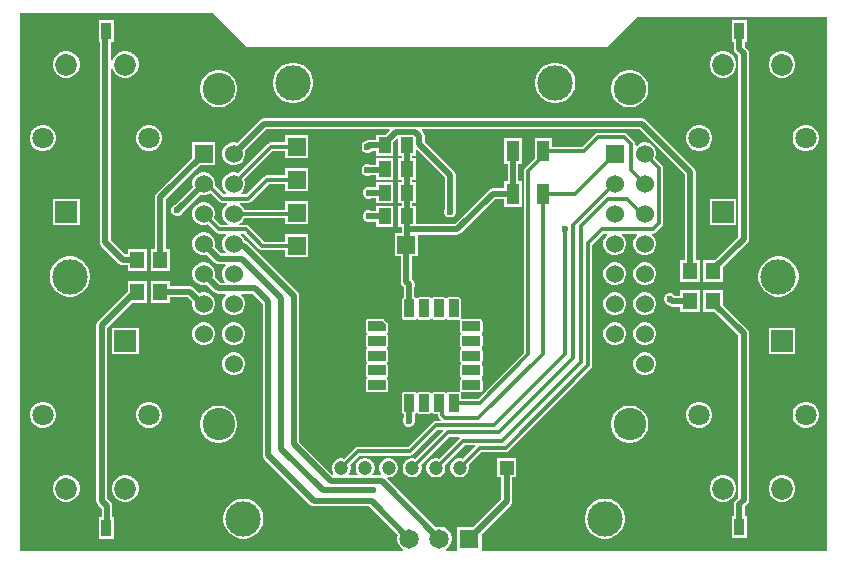
<source format=gtl>
G04*
G04 #@! TF.GenerationSoftware,Altium Limited,Altium Designer,22.3.1 (43)*
G04*
G04 Layer_Physical_Order=1*
G04 Layer_Color=255*
%FSLAX25Y25*%
%MOIN*%
G70*
G04*
G04 #@! TF.SameCoordinates,0A308F34-88F0-47DF-8954-E72232A12325*
G04*
G04*
G04 #@! TF.FilePolarity,Positive*
G04*
G01*
G75*
%ADD15R,0.05924X0.06127*%
%ADD16R,0.03543X0.05512*%
%ADD17R,0.04953X0.05756*%
%ADD20R,0.04134X0.05512*%
%ADD21R,0.04134X0.07087*%
%ADD29R,0.07284X0.07284*%
%ADD30C,0.07284*%
%ADD31C,0.07087*%
%ADD41R,0.03150X0.03150*%
G04:AMPARAMS|DCode=42|XSize=59.06mil|YSize=31.5mil|CornerRadius=0.79mil|HoleSize=0mil|Usage=FLASHONLY|Rotation=0.000|XOffset=0mil|YOffset=0mil|HoleType=Round|Shape=RoundedRectangle|*
%AMROUNDEDRECTD42*
21,1,0.05906,0.02992,0,0,0.0*
21,1,0.05748,0.03150,0,0,0.0*
1,1,0.00158,0.02874,-0.01496*
1,1,0.00158,-0.02874,-0.01496*
1,1,0.00158,-0.02874,0.01496*
1,1,0.00158,0.02874,0.01496*
%
%ADD42ROUNDEDRECTD42*%
G04:AMPARAMS|DCode=43|XSize=59.06mil|YSize=31.5mil|CornerRadius=0.79mil|HoleSize=0mil|Usage=FLASHONLY|Rotation=90.000|XOffset=0mil|YOffset=0mil|HoleType=Round|Shape=RoundedRectangle|*
%AMROUNDEDRECTD43*
21,1,0.05906,0.02992,0,0,90.0*
21,1,0.05748,0.03150,0,0,90.0*
1,1,0.00158,0.01496,0.02874*
1,1,0.00158,0.01496,-0.02874*
1,1,0.00158,-0.01496,-0.02874*
1,1,0.00158,-0.01496,0.02874*
%
%ADD43ROUNDEDRECTD43*%
G04:AMPARAMS|DCode=44|XSize=188.98mil|YSize=188.98mil|CornerRadius=4.72mil|HoleSize=0mil|Usage=FLASHONLY|Rotation=0.000|XOffset=0mil|YOffset=0mil|HoleType=Round|Shape=RoundedRectangle|*
%AMROUNDEDRECTD44*
21,1,0.18898,0.17953,0,0,0.0*
21,1,0.17953,0.18898,0,0,0.0*
1,1,0.00945,0.08976,-0.08976*
1,1,0.00945,-0.08976,-0.08976*
1,1,0.00945,-0.08976,0.08976*
1,1,0.00945,0.08976,0.08976*
%
%ADD44ROUNDEDRECTD44*%
%ADD45C,0.01968*%
%ADD46C,0.01181*%
%ADD47R,0.04724X0.04724*%
%ADD48C,0.04724*%
%ADD49R,0.06496X0.06496*%
%ADD50C,0.06496*%
%ADD51R,0.06024X0.06024*%
%ADD52C,0.06024*%
%ADD53C,0.11811*%
%ADD54C,0.10827*%
%ADD55C,0.02362*%
G36*
X78740Y170866D02*
X198819D01*
X209055Y181102D01*
X272047D01*
Y3150D01*
X156949D01*
Y8568D01*
X166632Y18250D01*
X167023Y18836D01*
X167161Y19528D01*
Y27559D01*
X168504D01*
Y33858D01*
X162205D01*
Y27559D01*
X163548D01*
Y20276D01*
X154394Y11122D01*
X148878D01*
Y3150D01*
X145165D01*
X145031Y3650D01*
X145391Y3858D01*
X146142Y4609D01*
X146674Y5529D01*
X146949Y6555D01*
Y7618D01*
X146674Y8644D01*
X146142Y9564D01*
X145391Y10316D01*
X144471Y10847D01*
X143445Y11122D01*
X142382D01*
X141633Y10921D01*
X125474Y27081D01*
X125500Y27209D01*
X125703Y27559D01*
X126399D01*
X127200Y27774D01*
X127918Y28188D01*
X128505Y28775D01*
X128919Y29493D01*
X129134Y30294D01*
Y31123D01*
X128919Y31924D01*
X128505Y32643D01*
X127918Y33229D01*
X127200Y33644D01*
X126399Y33858D01*
X125570D01*
X124769Y33644D01*
X124050Y33229D01*
X123464Y32643D01*
X123049Y31924D01*
X122835Y31123D01*
Y30294D01*
X123049Y29493D01*
X123464Y28775D01*
X123554Y28684D01*
X123347Y28184D01*
X120747D01*
X120540Y28684D01*
X120631Y28775D01*
X121045Y29493D01*
X121260Y30294D01*
Y31123D01*
X121045Y31924D01*
X120631Y32643D01*
X120044Y33229D01*
X119326Y33644D01*
X118525Y33858D01*
X117696D01*
X116894Y33644D01*
X116176Y33229D01*
X115590Y32643D01*
X115175Y31924D01*
X114961Y31123D01*
Y30294D01*
X115175Y29493D01*
X115590Y28775D01*
X115680Y28684D01*
X115473Y28184D01*
X112873D01*
X112666Y28684D01*
X112757Y28775D01*
X113171Y29493D01*
X113386Y30294D01*
Y31123D01*
X113228Y31713D01*
X116330Y34815D01*
X133071D01*
X133608Y34923D01*
X134064Y35227D01*
X142314Y43477D01*
X143986D01*
X144178Y43015D01*
X134863Y33700D01*
X134273Y33858D01*
X133444D01*
X132643Y33644D01*
X131924Y33229D01*
X131338Y32643D01*
X130923Y31924D01*
X130709Y31123D01*
Y30294D01*
X130923Y29493D01*
X131338Y28775D01*
X131924Y28188D01*
X132643Y27774D01*
X133444Y27559D01*
X134273D01*
X135074Y27774D01*
X135792Y28188D01*
X136379Y28775D01*
X136793Y29493D01*
X137008Y30294D01*
Y31123D01*
X136850Y31713D01*
X146251Y41115D01*
X149450D01*
X149652Y40615D01*
X142737Y33700D01*
X142147Y33858D01*
X141318D01*
X140517Y33644D01*
X139798Y33229D01*
X139212Y32643D01*
X138797Y31924D01*
X138583Y31123D01*
Y30294D01*
X138797Y29493D01*
X139212Y28775D01*
X139798Y28188D01*
X140517Y27774D01*
X141318Y27559D01*
X142147D01*
X142948Y27774D01*
X143666Y28188D01*
X144253Y28775D01*
X144667Y29493D01*
X144882Y30294D01*
Y31123D01*
X144724Y31713D01*
X151369Y38359D01*
X154616D01*
X154808Y37897D01*
X150611Y33700D01*
X150021Y33858D01*
X149192D01*
X148391Y33644D01*
X147672Y33229D01*
X147086Y32643D01*
X146671Y31924D01*
X146457Y31123D01*
Y30294D01*
X146671Y29493D01*
X147086Y28775D01*
X147672Y28188D01*
X148391Y27774D01*
X149192Y27559D01*
X150021D01*
X150822Y27774D01*
X151540Y28188D01*
X152127Y28775D01*
X152541Y29493D01*
X152756Y30294D01*
Y31123D01*
X152598Y31713D01*
X156881Y35997D01*
X164961D01*
X165498Y36104D01*
X165954Y36408D01*
X193513Y63967D01*
X193818Y64423D01*
X193925Y64961D01*
Y104930D01*
X197826Y108831D01*
X198719D01*
X198864Y108331D01*
X198259Y107727D01*
X197759Y106860D01*
X197500Y105894D01*
Y104894D01*
X197759Y103927D01*
X198259Y103061D01*
X198967Y102354D01*
X199833Y101853D01*
X200799Y101594D01*
X201799D01*
X202766Y101853D01*
X203632Y102354D01*
X204339Y103061D01*
X204839Y103927D01*
X205098Y104894D01*
Y105894D01*
X204839Y106860D01*
X204339Y107727D01*
X203734Y108331D01*
X203880Y108831D01*
X208719D01*
X208864Y108331D01*
X208259Y107727D01*
X207759Y106860D01*
X207500Y105894D01*
Y104894D01*
X207759Y103927D01*
X208259Y103061D01*
X208966Y102354D01*
X209833Y101853D01*
X210799Y101594D01*
X211799D01*
X212766Y101853D01*
X213632Y102354D01*
X214339Y103061D01*
X214840Y103927D01*
X215098Y104894D01*
Y105894D01*
X214840Y106860D01*
X214339Y107727D01*
X213735Y108331D01*
X213880Y108831D01*
X214173D01*
X214711Y108938D01*
X215167Y109243D01*
X217135Y111211D01*
X217440Y111667D01*
X217547Y112205D01*
Y130551D01*
X217440Y131089D01*
X217135Y131545D01*
X214808Y133872D01*
X214840Y133927D01*
X215098Y134894D01*
Y135894D01*
X214840Y136860D01*
X214339Y137726D01*
X213632Y138434D01*
X212766Y138934D01*
X211799Y139193D01*
X210799D01*
X209833Y138934D01*
X208966Y138434D01*
X208598Y138065D01*
X208098Y138272D01*
Y138583D01*
X207991Y139120D01*
X207686Y139576D01*
X205324Y141938D01*
X204868Y142243D01*
X204331Y142350D01*
X195669D01*
X195132Y142243D01*
X194676Y141938D01*
X190363Y137625D01*
X180315D01*
Y140551D01*
X174606D01*
Y133877D01*
X171448Y130718D01*
X171143Y130262D01*
X171036Y129724D01*
Y69086D01*
X155717Y53767D01*
X150017D01*
Y55236D01*
X149950Y55574D01*
X149907Y55638D01*
X150268Y55998D01*
X150331Y55956D01*
X150669Y55888D01*
X156417D01*
X156755Y55956D01*
X157042Y56147D01*
X157233Y56434D01*
X157300Y56772D01*
Y59764D01*
X157233Y60102D01*
X157042Y60388D01*
X156956Y60446D01*
Y61011D01*
X157042Y61068D01*
X157233Y61355D01*
X157300Y61693D01*
Y64685D01*
X157233Y65023D01*
X157042Y65310D01*
X156956Y65367D01*
Y65932D01*
X157042Y65990D01*
X157233Y66276D01*
X157300Y66614D01*
Y69606D01*
X157233Y69944D01*
X157042Y70231D01*
X156956Y70288D01*
Y70853D01*
X157042Y70911D01*
X157233Y71197D01*
X157300Y71535D01*
Y74528D01*
X157233Y74866D01*
X157042Y75152D01*
X156956Y75210D01*
Y75775D01*
X157042Y75832D01*
X157233Y76119D01*
X157300Y76457D01*
Y79449D01*
X157233Y79787D01*
X157042Y80073D01*
X156755Y80265D01*
X156417Y80332D01*
X150669D01*
X150331Y80265D01*
X150268Y80222D01*
X149907Y80583D01*
X149950Y80646D01*
X150017Y80984D01*
Y86732D01*
X149950Y87070D01*
X149758Y87357D01*
X149472Y87548D01*
X149134Y87615D01*
X146142D01*
X145804Y87548D01*
X145517Y87357D01*
X145460Y87270D01*
X144895D01*
X144837Y87357D01*
X144551Y87548D01*
X144213Y87615D01*
X141220D01*
X140883Y87548D01*
X140596Y87357D01*
X140538Y87270D01*
X139973D01*
X139916Y87357D01*
X139629Y87548D01*
X139291Y87615D01*
X136299D01*
X135961Y87548D01*
X135675Y87357D01*
X135617Y87270D01*
X135052D01*
X134994Y87357D01*
X134708Y87548D01*
X134559Y87578D01*
Y91131D01*
X134646Y91341D01*
Y92124D01*
X134346Y92847D01*
X133792Y93401D01*
X133699Y93440D01*
Y101267D01*
X135642D01*
Y108430D01*
X148819D01*
X149510Y108567D01*
X150096Y108959D01*
X161378Y120241D01*
X164567D01*
Y117717D01*
X170276D01*
Y126378D01*
X169228D01*
Y131890D01*
X170276D01*
Y140551D01*
X164567D01*
Y131890D01*
X165615D01*
Y126378D01*
X164567D01*
Y123854D01*
X160630D01*
X159939Y123716D01*
X159353Y123325D01*
X148071Y112043D01*
X134941D01*
Y118110D01*
X133893D01*
Y118898D01*
X134941D01*
Y125984D01*
X133893D01*
Y126772D01*
X134941D01*
Y133858D01*
X133893D01*
Y134646D01*
X134941D01*
Y136600D01*
X135441Y136808D01*
X144650Y127598D01*
Y116925D01*
X144488Y116533D01*
Y115750D01*
X144788Y115027D01*
X145342Y114473D01*
X146065Y114173D01*
X146848D01*
X147572Y114473D01*
X148126Y115027D01*
X148425Y115750D01*
Y116533D01*
X148263Y116925D01*
Y128347D01*
X148126Y129038D01*
X147734Y129624D01*
X138055Y139303D01*
Y141356D01*
X137917Y142047D01*
X137526Y142633D01*
X136954Y143204D01*
X137146Y143666D01*
X209685D01*
X224662Y128689D01*
Y100122D01*
X223204D01*
Y92791D01*
X229733D01*
Y100122D01*
X228275D01*
Y129437D01*
X228137Y130128D01*
X227746Y130714D01*
X211710Y146750D01*
X211124Y147141D01*
X210433Y147279D01*
X84370D01*
X83679Y147141D01*
X83093Y146750D01*
X75379Y139036D01*
X74792Y139193D01*
X73791D01*
X72825Y138934D01*
X71959Y138434D01*
X71251Y137726D01*
X70751Y136860D01*
X70492Y135894D01*
Y134894D01*
X70751Y133927D01*
X71251Y133061D01*
X71959Y132354D01*
X72825Y131853D01*
X73791Y131595D01*
X74792D01*
X75758Y131853D01*
X76624Y132354D01*
X77332Y133061D01*
X77832Y133927D01*
X78091Y134894D01*
Y135894D01*
X77933Y136481D01*
X85118Y143666D01*
X126187D01*
X126378Y143204D01*
X124906Y141732D01*
X121752D01*
Y139995D01*
X119398D01*
X118707Y139858D01*
X118566Y139764D01*
X118506D01*
X117783Y139464D01*
X117229Y138910D01*
X116929Y138187D01*
Y137404D01*
X117229Y136680D01*
X117783Y136126D01*
X118506Y135827D01*
X119289D01*
X120013Y136126D01*
X120269Y136383D01*
X121752D01*
Y134646D01*
X127461D01*
Y139178D01*
X128732Y140449D01*
X129232Y140242D01*
Y134646D01*
X130280D01*
Y133858D01*
X129232D01*
Y126772D01*
X130280D01*
Y125984D01*
X129232D01*
Y118898D01*
X130280D01*
Y118110D01*
X129232D01*
Y111024D01*
X130280D01*
Y108969D01*
X128144D01*
Y101267D01*
X130087D01*
Y92623D01*
X130224Y91932D01*
X130616Y91346D01*
X130771Y91190D01*
X130946Y90767D01*
Y87485D01*
X130754Y87357D01*
X130562Y87070D01*
X130495Y86732D01*
Y80984D01*
X130562Y80646D01*
X130754Y80360D01*
X131040Y80168D01*
X131378Y80101D01*
X134370D01*
X134708Y80168D01*
X134994Y80360D01*
X135052Y80446D01*
X135617D01*
X135675Y80360D01*
X135961Y80168D01*
X136299Y80101D01*
X139291D01*
X139629Y80168D01*
X139916Y80360D01*
X139973Y80446D01*
X140538D01*
X140596Y80360D01*
X140883Y80168D01*
X141220Y80101D01*
X144213D01*
X144551Y80168D01*
X144837Y80360D01*
X144895Y80446D01*
X145460D01*
X145517Y80360D01*
X145804Y80168D01*
X146142Y80101D01*
X149134D01*
X149472Y80168D01*
X149536Y80211D01*
X149896Y79850D01*
X149853Y79787D01*
X149786Y79449D01*
Y76457D01*
X149853Y76119D01*
X150045Y75832D01*
X150131Y75775D01*
Y75210D01*
X150045Y75152D01*
X149853Y74866D01*
X149786Y74528D01*
Y71535D01*
X149853Y71197D01*
X150045Y70911D01*
X150131Y70853D01*
Y70288D01*
X150045Y70231D01*
X149853Y69944D01*
X149786Y69606D01*
Y66614D01*
X149853Y66276D01*
X150045Y65990D01*
X150131Y65932D01*
Y65367D01*
X150045Y65310D01*
X149853Y65023D01*
X149786Y64685D01*
Y61693D01*
X149853Y61355D01*
X150045Y61068D01*
X150131Y61011D01*
Y60446D01*
X150045Y60388D01*
X149853Y60102D01*
X149786Y59764D01*
Y56772D01*
X149853Y56434D01*
X149896Y56370D01*
X149535Y56010D01*
X149472Y56052D01*
X149134Y56119D01*
X146142D01*
X145804Y56052D01*
X145517Y55861D01*
X145460Y55774D01*
X144895D01*
X144837Y55861D01*
X144551Y56052D01*
X144213Y56119D01*
X141220D01*
X140883Y56052D01*
X140596Y55861D01*
X140538Y55774D01*
X139973D01*
X139916Y55861D01*
X139629Y56052D01*
X139291Y56119D01*
X136299D01*
X135961Y56052D01*
X135675Y55861D01*
X135617Y55774D01*
X135052D01*
X134994Y55861D01*
X134708Y56052D01*
X134370Y56119D01*
X131378D01*
X131040Y56052D01*
X130754Y55861D01*
X130562Y55574D01*
X130495Y55236D01*
Y49488D01*
X130562Y49150D01*
X130754Y48864D01*
X131040Y48672D01*
X131068Y48667D01*
Y47631D01*
X131008Y47572D01*
X130709Y46848D01*
Y46065D01*
X131008Y45342D01*
X131562Y44788D01*
X132286Y44488D01*
X133069D01*
X133792Y44788D01*
X134346Y45342D01*
X134646Y46065D01*
Y46586D01*
X134680Y46760D01*
Y48667D01*
X134708Y48672D01*
X134994Y48864D01*
X135052Y48950D01*
X135617D01*
X135675Y48864D01*
X135961Y48672D01*
X136299Y48605D01*
X139291D01*
X139629Y48672D01*
X139916Y48864D01*
X139973Y48950D01*
X140538D01*
X140596Y48864D01*
X140883Y48672D01*
X141220Y48605D01*
X142296D01*
Y48425D01*
X142403Y47888D01*
X142707Y47432D01*
X143390Y46749D01*
X143199Y46287D01*
X141732D01*
X141195Y46180D01*
X140739Y45875D01*
X132489Y37625D01*
X115748D01*
X115210Y37519D01*
X114755Y37214D01*
X111241Y33700D01*
X110651Y33858D01*
X109822D01*
X109020Y33644D01*
X108302Y33229D01*
X107716Y32643D01*
X107301Y31924D01*
X107087Y31123D01*
Y30294D01*
X107301Y29493D01*
X107561Y29043D01*
X107332Y28487D01*
X107170Y28455D01*
X96173Y39452D01*
Y87917D01*
X96036Y88608D01*
X95644Y89194D01*
X78943Y105895D01*
X78357Y106287D01*
X77964Y106365D01*
X77832Y106860D01*
X77332Y107727D01*
X76727Y108331D01*
X76872Y108831D01*
X77764D01*
X82865Y103731D01*
X83321Y103426D01*
X83858Y103320D01*
X91526D01*
Y100874D01*
X99025D01*
Y108575D01*
X91526D01*
Y106129D01*
X84440D01*
X79340Y111230D01*
X78884Y111534D01*
X78347Y111641D01*
X76390D01*
X76256Y112141D01*
X76624Y112354D01*
X77332Y113061D01*
X77832Y113927D01*
X77848Y113989D01*
X91523D01*
Y111897D01*
X99022D01*
Y119599D01*
X91523D01*
Y116799D01*
X77848D01*
X77832Y116860D01*
X77332Y117727D01*
X76624Y118434D01*
X76393Y118568D01*
X76527Y119068D01*
X79134D01*
X79672Y119174D01*
X80127Y119479D01*
X86015Y125367D01*
X91523D01*
Y122921D01*
X99022D01*
Y130622D01*
X91523D01*
Y128177D01*
X85433D01*
X84895Y128070D01*
X84440Y127765D01*
X78552Y121877D01*
X76752D01*
X76658Y122227D01*
X76648Y122377D01*
X77332Y123061D01*
X77832Y123927D01*
X78091Y124893D01*
Y125894D01*
X77832Y126860D01*
X77800Y126915D01*
X87275Y136390D01*
X91523D01*
Y133944D01*
X99022D01*
Y141646D01*
X91523D01*
Y139200D01*
X86693D01*
X86155Y139093D01*
X85699Y138789D01*
X75813Y128902D01*
X75758Y128934D01*
X74792Y129193D01*
X73791D01*
X72825Y128934D01*
X71959Y128434D01*
X71251Y127726D01*
X70751Y126860D01*
X70492Y125894D01*
Y124893D01*
X70751Y123927D01*
X71251Y123061D01*
X71935Y122377D01*
X71925Y122227D01*
X71831Y121877D01*
X71054D01*
X68080Y124852D01*
X68090Y124893D01*
Y125894D01*
X67832Y126860D01*
X67331Y127726D01*
X66624Y128434D01*
X65758Y128934D01*
X64792Y129193D01*
X63791D01*
X62825Y128934D01*
X61959Y128434D01*
X61251Y127726D01*
X60751Y126860D01*
X60492Y125894D01*
Y124893D01*
X60650Y124306D01*
X54654Y118311D01*
X54397Y118204D01*
X53843Y117650D01*
X53543Y116927D01*
Y116144D01*
X53843Y115420D01*
X54397Y114867D01*
X55120Y114567D01*
X55903D01*
X56627Y114867D01*
X57181Y115420D01*
X57398Y115946D01*
X63204Y121752D01*
X63791Y121595D01*
X64792D01*
X65758Y121853D01*
X66612Y122346D01*
X69479Y119479D01*
X69935Y119174D01*
X70473Y119068D01*
X72056D01*
X72190Y118568D01*
X71959Y118434D01*
X71251Y117727D01*
X70751Y116860D01*
X70492Y115894D01*
Y114893D01*
X70751Y113927D01*
X71251Y113061D01*
X71959Y112354D01*
X72326Y112141D01*
X72193Y111641D01*
X70031D01*
X67800Y113872D01*
X67832Y113927D01*
X68090Y114893D01*
Y115894D01*
X67832Y116860D01*
X67331Y117727D01*
X66624Y118434D01*
X65758Y118934D01*
X64792Y119193D01*
X63791D01*
X62825Y118934D01*
X61959Y118434D01*
X61251Y117727D01*
X60751Y116860D01*
X60492Y115894D01*
Y114893D01*
X60751Y113927D01*
X61251Y113061D01*
X61959Y112354D01*
X62825Y111853D01*
X63791Y111594D01*
X64792D01*
X65758Y111853D01*
X65813Y111885D01*
X68455Y109243D01*
X68911Y108938D01*
X69449Y108831D01*
X71711D01*
X71856Y108331D01*
X71251Y107727D01*
X70751Y106860D01*
X70492Y105894D01*
Y104894D01*
X70751Y103927D01*
X71251Y103061D01*
X71612Y102700D01*
X71405Y102200D01*
X70040D01*
X67933Y104306D01*
X68090Y104894D01*
Y105894D01*
X67832Y106860D01*
X67331Y107727D01*
X66624Y108434D01*
X65758Y108934D01*
X64792Y109193D01*
X63791D01*
X62825Y108934D01*
X61959Y108434D01*
X61251Y107727D01*
X60751Y106860D01*
X60492Y105894D01*
Y104894D01*
X60751Y103927D01*
X61251Y103061D01*
X61959Y102354D01*
X62825Y101853D01*
X63791Y101594D01*
X64792D01*
X65379Y101752D01*
X68014Y99116D01*
X68600Y98725D01*
X69291Y98587D01*
X71405D01*
X71612Y98087D01*
X71251Y97727D01*
X70751Y96860D01*
X70492Y95894D01*
Y94893D01*
X70751Y93927D01*
X71251Y93061D01*
X71493Y92819D01*
X71301Y92357D01*
X69882D01*
X67933Y94306D01*
X68090Y94893D01*
Y95894D01*
X67832Y96860D01*
X67331Y97727D01*
X66624Y98434D01*
X65758Y98934D01*
X64792Y99193D01*
X63791D01*
X62825Y98934D01*
X61959Y98434D01*
X61251Y97727D01*
X60751Y96860D01*
X60492Y95894D01*
Y94893D01*
X60751Y93927D01*
X61251Y93061D01*
X61959Y92354D01*
X62825Y91853D01*
X63791Y91594D01*
X64792D01*
X65379Y91752D01*
X67857Y89274D01*
X68443Y88882D01*
X69134Y88745D01*
X71562D01*
X71770Y88245D01*
X71251Y87726D01*
X70751Y86860D01*
X70492Y85894D01*
Y84894D01*
X70751Y83927D01*
X71251Y83061D01*
X71959Y82354D01*
X72825Y81853D01*
X73791Y81595D01*
X74792D01*
X75758Y81853D01*
X76624Y82354D01*
X77332Y83061D01*
X77832Y83927D01*
X78091Y84894D01*
Y85894D01*
X77832Y86860D01*
X77332Y87726D01*
X76813Y88245D01*
X77020Y88745D01*
X80748D01*
X84020Y85472D01*
Y35039D01*
X84158Y34348D01*
X84549Y33762D01*
X99904Y18408D01*
X100490Y18016D01*
X101181Y17879D01*
X119567D01*
X129079Y8367D01*
X128878Y7618D01*
Y6555D01*
X129153Y5529D01*
X129684Y4609D01*
X130436Y3858D01*
X130796Y3650D01*
X130662Y3150D01*
X3150D01*
Y182283D01*
X67323D01*
X78740Y170866D01*
D02*
G37*
%LPC*%
G36*
X257670Y169587D02*
X256504D01*
X255377Y169285D01*
X254367Y168702D01*
X253542Y167877D01*
X252959Y166867D01*
X252658Y165741D01*
Y164574D01*
X252959Y163448D01*
X253542Y162438D01*
X254367Y161613D01*
X255377Y161030D01*
X256504Y160728D01*
X257670D01*
X258796Y161030D01*
X259806Y161613D01*
X260631Y162438D01*
X261214Y163448D01*
X261516Y164574D01*
Y165741D01*
X261214Y166867D01*
X260631Y167877D01*
X259806Y168702D01*
X258796Y169285D01*
X257670Y169587D01*
D02*
G37*
G36*
X237985D02*
X236819D01*
X235692Y169285D01*
X234682Y168702D01*
X233857Y167877D01*
X233274Y166867D01*
X232972Y165741D01*
Y164574D01*
X233274Y163448D01*
X233857Y162438D01*
X234682Y161613D01*
X235692Y161030D01*
X236819Y160728D01*
X237985D01*
X239111Y161030D01*
X240121Y161613D01*
X240946Y162438D01*
X241529Y163448D01*
X241831Y164574D01*
Y165741D01*
X241529Y166867D01*
X240946Y167877D01*
X240121Y168702D01*
X239111Y169285D01*
X237985Y169587D01*
D02*
G37*
G36*
X34449Y179921D02*
X29331D01*
Y172835D01*
X29690D01*
Y105905D01*
X29827Y105214D01*
X30219Y104628D01*
X36050Y98797D01*
X36636Y98406D01*
X37327Y98268D01*
X38952D01*
Y96334D01*
X45481D01*
Y103666D01*
X38952D01*
Y101881D01*
X38075D01*
X33302Y106654D01*
Y164350D01*
X33802Y164416D01*
X34062Y163448D01*
X34645Y162438D01*
X35469Y161613D01*
X36479Y161030D01*
X37606Y160728D01*
X38772D01*
X39899Y161030D01*
X40909Y161613D01*
X41733Y162438D01*
X42316Y163448D01*
X42618Y164574D01*
Y165741D01*
X42316Y166867D01*
X41733Y167877D01*
X40909Y168702D01*
X39899Y169285D01*
X38772Y169587D01*
X37606D01*
X36479Y169285D01*
X35469Y168702D01*
X34645Y167877D01*
X34062Y166867D01*
X33802Y165900D01*
X33302Y165965D01*
Y172835D01*
X34449D01*
Y179921D01*
D02*
G37*
G36*
X19087Y169587D02*
X17921D01*
X16794Y169285D01*
X15784Y168702D01*
X14960Y167877D01*
X14377Y166867D01*
X14075Y165741D01*
Y164574D01*
X14377Y163448D01*
X14960Y162438D01*
X15784Y161613D01*
X16794Y161030D01*
X17921Y160728D01*
X19087D01*
X20213Y161030D01*
X21224Y161613D01*
X22048Y162438D01*
X22631Y163448D01*
X22933Y164574D01*
Y165741D01*
X22631Y166867D01*
X22048Y167877D01*
X21224Y168702D01*
X20213Y169285D01*
X19087Y169587D01*
D02*
G37*
G36*
X94754Y165748D02*
X93435D01*
X92142Y165491D01*
X90924Y164986D01*
X89828Y164254D01*
X88896Y163322D01*
X88163Y162225D01*
X87659Y161007D01*
X87402Y159714D01*
Y158396D01*
X87659Y157103D01*
X88163Y155885D01*
X88896Y154789D01*
X89828Y153856D01*
X90924Y153124D01*
X92142Y152619D01*
X93435Y152362D01*
X94754D01*
X96047Y152619D01*
X97265Y153124D01*
X98361Y153856D01*
X99293Y154789D01*
X100026Y155885D01*
X100530Y157103D01*
X100787Y158396D01*
Y159714D01*
X100530Y161007D01*
X100026Y162225D01*
X99293Y163322D01*
X98361Y164254D01*
X97265Y164986D01*
X96047Y165491D01*
X94754Y165748D01*
D02*
G37*
G36*
X182155Y165748D02*
X180837D01*
X179544Y165491D01*
X178326Y164986D01*
X177230Y164254D01*
X176297Y163322D01*
X175565Y162225D01*
X175060Y161007D01*
X174803Y159714D01*
Y158396D01*
X175060Y157103D01*
X175565Y155885D01*
X176297Y154789D01*
X177230Y153856D01*
X178326Y153124D01*
X179544Y152619D01*
X180837Y152362D01*
X182155D01*
X183448Y152619D01*
X184666Y153124D01*
X185763Y153856D01*
X186695Y154789D01*
X187427Y155885D01*
X187932Y157103D01*
X188189Y158396D01*
Y159714D01*
X187932Y161007D01*
X187427Y162225D01*
X186695Y163322D01*
X185763Y164254D01*
X184666Y164986D01*
X183448Y165491D01*
X182155Y165748D01*
D02*
G37*
G36*
X69902Y163287D02*
X68681D01*
X67483Y163049D01*
X66354Y162582D01*
X65338Y161903D01*
X64475Y161039D01*
X63796Y160024D01*
X63329Y158895D01*
X63090Y157697D01*
Y156476D01*
X63329Y155278D01*
X63796Y154149D01*
X64475Y153134D01*
X65338Y152270D01*
X66354Y151592D01*
X67483Y151124D01*
X68681Y150886D01*
X69902D01*
X71100Y151124D01*
X72229Y151592D01*
X73244Y152270D01*
X74108Y153134D01*
X74787Y154149D01*
X75254Y155278D01*
X75492Y156476D01*
Y157697D01*
X75254Y158895D01*
X74787Y160024D01*
X74108Y161039D01*
X73244Y161903D01*
X72229Y162582D01*
X71100Y163049D01*
X69902Y163287D01*
D02*
G37*
G36*
X206910Y163287D02*
X205689D01*
X204490Y163049D01*
X203362Y162582D01*
X202346Y161903D01*
X201483Y161039D01*
X200804Y160024D01*
X200337Y158895D01*
X200098Y157697D01*
Y156476D01*
X200337Y155278D01*
X200804Y154149D01*
X201483Y153134D01*
X202346Y152270D01*
X203362Y151592D01*
X204490Y151124D01*
X205689Y150886D01*
X206910D01*
X208108Y151124D01*
X209237Y151592D01*
X210252Y152270D01*
X211116Y153134D01*
X211794Y154149D01*
X212262Y155278D01*
X212500Y156476D01*
Y157697D01*
X212262Y158895D01*
X211794Y160024D01*
X211116Y161039D01*
X210252Y161903D01*
X209237Y162582D01*
X208108Y163049D01*
X206910Y163287D01*
D02*
G37*
G36*
X265531Y144882D02*
X264390D01*
X263289Y144587D01*
X262301Y144017D01*
X261495Y143210D01*
X260925Y142223D01*
X260630Y141121D01*
Y139981D01*
X260925Y138880D01*
X261495Y137892D01*
X262301Y137086D01*
X263289Y136516D01*
X264390Y136221D01*
X265531D01*
X266632Y136516D01*
X267620Y137086D01*
X268426Y137892D01*
X268996Y138880D01*
X269291Y139981D01*
Y141121D01*
X268996Y142223D01*
X268426Y143210D01*
X267620Y144017D01*
X266632Y144587D01*
X265531Y144882D01*
D02*
G37*
G36*
X230098D02*
X228957D01*
X227856Y144587D01*
X226868Y144017D01*
X226062Y143210D01*
X225492Y142223D01*
X225197Y141121D01*
Y139981D01*
X225492Y138880D01*
X226062Y137892D01*
X226868Y137086D01*
X227856Y136516D01*
X228957Y136221D01*
X230098D01*
X231199Y136516D01*
X232187Y137086D01*
X232993Y137892D01*
X233563Y138880D01*
X233858Y139981D01*
Y141121D01*
X233563Y142223D01*
X232993Y143210D01*
X232187Y144017D01*
X231199Y144587D01*
X230098Y144882D01*
D02*
G37*
G36*
X46633D02*
X45493D01*
X44391Y144587D01*
X43404Y144017D01*
X42598Y143210D01*
X42027Y142223D01*
X41732Y141121D01*
Y139981D01*
X42027Y138880D01*
X42598Y137892D01*
X43404Y137086D01*
X44391Y136516D01*
X45493Y136221D01*
X46633D01*
X47735Y136516D01*
X48722Y137086D01*
X49528Y137892D01*
X50099Y138880D01*
X50394Y139981D01*
Y141121D01*
X50099Y142223D01*
X49528Y143210D01*
X48722Y144017D01*
X47735Y144587D01*
X46633Y144882D01*
D02*
G37*
G36*
X11200D02*
X10060D01*
X8958Y144587D01*
X7971Y144017D01*
X7164Y143210D01*
X6594Y142223D01*
X6299Y141121D01*
Y139981D01*
X6594Y138880D01*
X7164Y137892D01*
X7971Y137086D01*
X8958Y136516D01*
X10060Y136221D01*
X11200D01*
X12302Y136516D01*
X13289Y137086D01*
X14095Y137892D01*
X14665Y138880D01*
X14961Y139981D01*
Y141121D01*
X14665Y142223D01*
X14095Y143210D01*
X13289Y144017D01*
X12302Y144587D01*
X11200Y144882D01*
D02*
G37*
G36*
X127461Y133858D02*
X121752D01*
Y131803D01*
X119499D01*
X119289Y131890D01*
X118506D01*
X117783Y131590D01*
X117229Y131036D01*
X116929Y130313D01*
Y129530D01*
X117229Y128806D01*
X117783Y128252D01*
X118506Y127953D01*
X119289D01*
X119862Y128190D01*
X121752D01*
Y126772D01*
X127461D01*
Y133858D01*
D02*
G37*
G36*
Y125984D02*
X121752D01*
Y124247D01*
X120074D01*
X119683Y124409D01*
X118900D01*
X118176Y124110D01*
X117622Y123556D01*
X117323Y122833D01*
Y122049D01*
X117622Y121326D01*
X118176Y120772D01*
X118900Y120472D01*
X119683D01*
X120074Y120635D01*
X121752D01*
Y118898D01*
X127461D01*
Y125984D01*
D02*
G37*
G36*
Y118110D02*
X121752D01*
Y116373D01*
X120074D01*
X119683Y116535D01*
X118900D01*
X118176Y116236D01*
X117622Y115682D01*
X117323Y114959D01*
Y114175D01*
X117622Y113452D01*
X118176Y112898D01*
X118900Y112598D01*
X119683D01*
X120074Y112761D01*
X121752D01*
Y111024D01*
X127461D01*
Y118110D01*
D02*
G37*
G36*
X241831Y120374D02*
X232972D01*
Y111516D01*
X241831D01*
Y120374D01*
D02*
G37*
G36*
X22933D02*
X14075D01*
Y111516D01*
X22933D01*
Y120374D01*
D02*
G37*
G36*
X68090Y139193D02*
X60492D01*
Y134149D01*
X48632Y122289D01*
X48241Y121703D01*
X48103Y121012D01*
Y103666D01*
X46645D01*
Y96334D01*
X53174D01*
Y103666D01*
X51716D01*
Y120264D01*
X63047Y131595D01*
X68090D01*
Y139193D01*
D02*
G37*
G36*
X245472Y179921D02*
X240354D01*
Y172835D01*
X241107D01*
Y170276D01*
X241245Y169584D01*
X241636Y168998D01*
X242485Y168149D01*
Y107736D01*
X234871Y100122D01*
X230897D01*
Y92791D01*
X237425D01*
Y97568D01*
X245569Y105711D01*
X245960Y106297D01*
X246098Y106988D01*
Y168898D01*
X245960Y169589D01*
X245569Y170175D01*
X244720Y171024D01*
Y172835D01*
X245472D01*
Y179921D01*
D02*
G37*
G36*
X211799Y99193D02*
X210799D01*
X209833Y98934D01*
X208966Y98434D01*
X208259Y97727D01*
X207759Y96860D01*
X207500Y95894D01*
Y94893D01*
X207759Y93927D01*
X208259Y93061D01*
X208966Y92354D01*
X209833Y91853D01*
X210799Y91594D01*
X211799D01*
X212766Y91853D01*
X213632Y92354D01*
X214339Y93061D01*
X214840Y93927D01*
X215098Y94893D01*
Y95894D01*
X214840Y96860D01*
X214339Y97727D01*
X213632Y98434D01*
X212766Y98934D01*
X211799Y99193D01*
D02*
G37*
G36*
X201799D02*
X200799D01*
X199833Y98934D01*
X198967Y98434D01*
X198259Y97727D01*
X197759Y96860D01*
X197500Y95894D01*
Y94893D01*
X197759Y93927D01*
X198259Y93061D01*
X198967Y92354D01*
X199833Y91853D01*
X200799Y91594D01*
X201799D01*
X202766Y91853D01*
X203632Y92354D01*
X204339Y93061D01*
X204839Y93927D01*
X205098Y94893D01*
Y95894D01*
X204839Y96860D01*
X204339Y97727D01*
X203632Y98434D01*
X202766Y98934D01*
X201799Y99193D01*
D02*
G37*
G36*
X229733Y89886D02*
X223204D01*
Y88027D01*
X221394D01*
X221354Y88123D01*
X220800Y88677D01*
X220077Y88976D01*
X219293D01*
X218570Y88677D01*
X218016Y88123D01*
X217717Y87399D01*
Y86616D01*
X218016Y85893D01*
X218570Y85339D01*
X219143Y85102D01*
X219302Y84943D01*
X219888Y84552D01*
X220579Y84414D01*
X223204D01*
Y82555D01*
X229733D01*
Y89886D01*
D02*
G37*
G36*
X256565Y101181D02*
X255246D01*
X253953Y100924D01*
X252735Y100419D01*
X251639Y99687D01*
X250707Y98755D01*
X249974Y97658D01*
X249470Y96440D01*
X249213Y95147D01*
Y93829D01*
X249470Y92536D01*
X249974Y91318D01*
X250707Y90222D01*
X251639Y89289D01*
X252735Y88557D01*
X253953Y88052D01*
X255246Y87795D01*
X256565D01*
X257858Y88052D01*
X259076Y88557D01*
X260172Y89289D01*
X261104Y90222D01*
X261837Y91318D01*
X262341Y92536D01*
X262598Y93829D01*
Y95147D01*
X262341Y96440D01*
X261837Y97658D01*
X261104Y98755D01*
X260172Y99687D01*
X259076Y100419D01*
X257858Y100924D01*
X256565Y101181D01*
D02*
G37*
G36*
X20344D02*
X19026D01*
X17733Y100924D01*
X16515Y100419D01*
X15419Y99687D01*
X14486Y98755D01*
X13754Y97658D01*
X13249Y96440D01*
X12992Y95147D01*
Y93829D01*
X13249Y92536D01*
X13754Y91318D01*
X14486Y90222D01*
X15419Y89289D01*
X16515Y88557D01*
X17733Y88052D01*
X19026Y87795D01*
X20344D01*
X21637Y88052D01*
X22855Y88557D01*
X23952Y89289D01*
X24884Y90222D01*
X25616Y91318D01*
X26121Y92536D01*
X26378Y93829D01*
Y95147D01*
X26121Y96440D01*
X25616Y97658D01*
X24884Y98755D01*
X23952Y99687D01*
X22855Y100419D01*
X21637Y100924D01*
X20344Y101181D01*
D02*
G37*
G36*
X211799Y89193D02*
X210799D01*
X209833Y88934D01*
X208966Y88434D01*
X208259Y87726D01*
X207759Y86860D01*
X207500Y85894D01*
Y84894D01*
X207759Y83927D01*
X208259Y83061D01*
X208966Y82354D01*
X209833Y81853D01*
X210799Y81595D01*
X211799D01*
X212766Y81853D01*
X213632Y82354D01*
X214339Y83061D01*
X214840Y83927D01*
X215098Y84894D01*
Y85894D01*
X214840Y86860D01*
X214339Y87726D01*
X213632Y88434D01*
X212766Y88934D01*
X211799Y89193D01*
D02*
G37*
G36*
X201799D02*
X200799D01*
X199833Y88934D01*
X198967Y88434D01*
X198259Y87726D01*
X197759Y86860D01*
X197500Y85894D01*
Y84894D01*
X197759Y83927D01*
X198259Y83061D01*
X198967Y82354D01*
X199833Y81853D01*
X200799Y81595D01*
X201799D01*
X202766Y81853D01*
X203632Y82354D01*
X204339Y83061D01*
X204839Y83927D01*
X205098Y84894D01*
Y85894D01*
X204839Y86860D01*
X204339Y87726D01*
X203632Y88434D01*
X202766Y88934D01*
X201799Y89193D01*
D02*
G37*
G36*
X53174Y93036D02*
X46645D01*
Y85704D01*
X53174D01*
Y87564D01*
X59084D01*
X60548Y86101D01*
X60492Y85894D01*
Y84894D01*
X60751Y83927D01*
X61251Y83061D01*
X61959Y82354D01*
X62825Y81853D01*
X63791Y81595D01*
X64792D01*
X65758Y81853D01*
X66624Y82354D01*
X67331Y83061D01*
X67832Y83927D01*
X68090Y84894D01*
Y85894D01*
X67832Y86860D01*
X67331Y87726D01*
X66624Y88434D01*
X65758Y88934D01*
X64792Y89193D01*
X63791D01*
X62825Y88934D01*
X62824Y88933D01*
X61110Y90647D01*
X60524Y91039D01*
X59833Y91176D01*
X53174D01*
Y93036D01*
D02*
G37*
G36*
X211799Y79193D02*
X210799D01*
X209833Y78934D01*
X208966Y78434D01*
X208259Y77727D01*
X207759Y76860D01*
X207500Y75894D01*
Y74893D01*
X207759Y73927D01*
X208259Y73061D01*
X208966Y72354D01*
X209833Y71853D01*
X210799Y71595D01*
X211799D01*
X212766Y71853D01*
X213632Y72354D01*
X214339Y73061D01*
X214840Y73927D01*
X215098Y74893D01*
Y75894D01*
X214840Y76860D01*
X214339Y77727D01*
X213632Y78434D01*
X212766Y78934D01*
X211799Y79193D01*
D02*
G37*
G36*
X201799D02*
X200799D01*
X199833Y78934D01*
X198967Y78434D01*
X198259Y77727D01*
X197759Y76860D01*
X197500Y75894D01*
Y74893D01*
X197759Y73927D01*
X198259Y73061D01*
X198967Y72354D01*
X199833Y71853D01*
X200799Y71595D01*
X201799D01*
X202766Y71853D01*
X203632Y72354D01*
X204339Y73061D01*
X204839Y73927D01*
X205098Y74893D01*
Y75894D01*
X204839Y76860D01*
X204339Y77727D01*
X203632Y78434D01*
X202766Y78934D01*
X201799Y79193D01*
D02*
G37*
G36*
X74792D02*
X73791D01*
X72825Y78934D01*
X71959Y78434D01*
X71251Y77727D01*
X70751Y76860D01*
X70492Y75894D01*
Y74893D01*
X70751Y73927D01*
X71251Y73061D01*
X71959Y72354D01*
X72825Y71853D01*
X73791Y71595D01*
X74792D01*
X75758Y71853D01*
X76624Y72354D01*
X77332Y73061D01*
X77832Y73927D01*
X78091Y74893D01*
Y75894D01*
X77832Y76860D01*
X77332Y77727D01*
X76624Y78434D01*
X75758Y78934D01*
X74792Y79193D01*
D02*
G37*
G36*
X64792D02*
X63791D01*
X62825Y78934D01*
X61959Y78434D01*
X61251Y77727D01*
X60751Y76860D01*
X60492Y75894D01*
Y74893D01*
X60751Y73927D01*
X61251Y73061D01*
X61959Y72354D01*
X62825Y71853D01*
X63791Y71595D01*
X64792D01*
X65758Y71853D01*
X66624Y72354D01*
X67331Y73061D01*
X67832Y73927D01*
X68090Y74893D01*
Y75894D01*
X67832Y76860D01*
X67331Y77727D01*
X66624Y78434D01*
X65758Y78934D01*
X64792Y79193D01*
D02*
G37*
G36*
X261516Y77461D02*
X252658D01*
Y68602D01*
X261516D01*
Y77461D01*
D02*
G37*
G36*
X42618D02*
X33760D01*
Y68602D01*
X42618D01*
Y77461D01*
D02*
G37*
G36*
X211799Y69193D02*
X210799D01*
X209833Y68934D01*
X208966Y68434D01*
X208259Y67726D01*
X207759Y66860D01*
X207500Y65894D01*
Y64894D01*
X207759Y63927D01*
X208259Y63061D01*
X208966Y62354D01*
X209833Y61853D01*
X210799Y61594D01*
X211799D01*
X212766Y61853D01*
X213632Y62354D01*
X214339Y63061D01*
X214840Y63927D01*
X215098Y64894D01*
Y65894D01*
X214840Y66860D01*
X214339Y67726D01*
X213632Y68434D01*
X212766Y68934D01*
X211799Y69193D01*
D02*
G37*
G36*
X74792D02*
X73791D01*
X72825Y68934D01*
X71959Y68434D01*
X71251Y67726D01*
X70751Y66860D01*
X70492Y65894D01*
Y64894D01*
X70751Y63927D01*
X71251Y63061D01*
X71959Y62354D01*
X72825Y61853D01*
X73791Y61594D01*
X74792D01*
X75758Y61853D01*
X76624Y62354D01*
X77332Y63061D01*
X77832Y63927D01*
X78091Y64894D01*
Y65894D01*
X77832Y66860D01*
X77332Y67726D01*
X76624Y68434D01*
X75758Y68934D01*
X74792Y69193D01*
D02*
G37*
G36*
X124016Y80330D02*
X119095D01*
X118787Y80269D01*
X118527Y80095D01*
X118353Y79835D01*
X118292Y79528D01*
Y76378D01*
X118353Y76071D01*
X118527Y75810D01*
X118593Y75766D01*
X118618Y75206D01*
X118615Y75196D01*
X118549Y75152D01*
X118357Y74866D01*
X118290Y74528D01*
Y71535D01*
X118357Y71197D01*
X118549Y70911D01*
X118635Y70853D01*
Y70288D01*
X118549Y70231D01*
X118357Y69944D01*
X118290Y69606D01*
Y66614D01*
X118357Y66276D01*
X118549Y65990D01*
X118635Y65932D01*
Y65367D01*
X118549Y65310D01*
X118357Y65023D01*
X118290Y64685D01*
Y61693D01*
X118357Y61355D01*
X118549Y61068D01*
X118635Y61011D01*
Y60446D01*
X118549Y60388D01*
X118357Y60102D01*
X118290Y59764D01*
Y56772D01*
X118357Y56434D01*
X118549Y56147D01*
X118835Y55956D01*
X119173Y55888D01*
X124921D01*
X125259Y55956D01*
X125546Y56147D01*
X125737Y56434D01*
X125804Y56772D01*
Y59764D01*
X125737Y60102D01*
X125546Y60388D01*
X125459Y60446D01*
Y61011D01*
X125546Y61068D01*
X125737Y61355D01*
X125804Y61693D01*
Y64685D01*
X125737Y65023D01*
X125546Y65310D01*
X125459Y65367D01*
Y65932D01*
X125546Y65990D01*
X125737Y66276D01*
X125804Y66614D01*
Y69606D01*
X125737Y69944D01*
X125546Y70231D01*
X125459Y70288D01*
Y70853D01*
X125546Y70911D01*
X125737Y71197D01*
X125804Y71535D01*
Y74528D01*
X125737Y74866D01*
X125546Y75152D01*
X125480Y75196D01*
X125476Y75206D01*
X125502Y75766D01*
X125568Y75810D01*
X125742Y76071D01*
X125803Y76378D01*
Y78543D01*
X125803Y78543D01*
X125742Y78851D01*
X125568Y79111D01*
X124583Y80095D01*
X124323Y80269D01*
X124114Y80311D01*
Y80315D01*
X124093D01*
X124016Y80330D01*
D02*
G37*
G36*
X265531Y52756D02*
X264390D01*
X263289Y52461D01*
X262301Y51891D01*
X261495Y51084D01*
X260925Y50097D01*
X260630Y48995D01*
Y47855D01*
X260925Y46754D01*
X261495Y45766D01*
X262301Y44960D01*
X263289Y44390D01*
X264390Y44094D01*
X265531D01*
X266632Y44390D01*
X267620Y44960D01*
X268426Y45766D01*
X268996Y46754D01*
X269291Y47855D01*
Y48995D01*
X268996Y50097D01*
X268426Y51084D01*
X267620Y51891D01*
X266632Y52461D01*
X265531Y52756D01*
D02*
G37*
G36*
X230098D02*
X228957D01*
X227856Y52461D01*
X226868Y51891D01*
X226062Y51084D01*
X225492Y50097D01*
X225197Y48995D01*
Y47855D01*
X225492Y46754D01*
X226062Y45766D01*
X226868Y44960D01*
X227856Y44390D01*
X228957Y44094D01*
X230098D01*
X231199Y44390D01*
X232187Y44960D01*
X232993Y45766D01*
X233563Y46754D01*
X233858Y47855D01*
Y48995D01*
X233563Y50097D01*
X232993Y51084D01*
X232187Y51891D01*
X231199Y52461D01*
X230098Y52756D01*
D02*
G37*
G36*
X46633D02*
X45493D01*
X44391Y52461D01*
X43404Y51891D01*
X42598Y51084D01*
X42027Y50097D01*
X41732Y48995D01*
Y47855D01*
X42027Y46754D01*
X42598Y45766D01*
X43404Y44960D01*
X44391Y44390D01*
X45493Y44094D01*
X46633D01*
X47735Y44390D01*
X48722Y44960D01*
X49528Y45766D01*
X50099Y46754D01*
X50394Y47855D01*
Y48995D01*
X50099Y50097D01*
X49528Y51084D01*
X48722Y51891D01*
X47735Y52461D01*
X46633Y52756D01*
D02*
G37*
G36*
X11200D02*
X10060D01*
X8958Y52461D01*
X7971Y51891D01*
X7164Y51084D01*
X6594Y50097D01*
X6299Y48995D01*
Y47855D01*
X6594Y46754D01*
X7164Y45766D01*
X7971Y44960D01*
X8958Y44390D01*
X10060Y44094D01*
X11200D01*
X12302Y44390D01*
X13289Y44960D01*
X14095Y45766D01*
X14665Y46754D01*
X14961Y47855D01*
Y48995D01*
X14665Y50097D01*
X14095Y51084D01*
X13289Y51891D01*
X12302Y52461D01*
X11200Y52756D01*
D02*
G37*
G36*
X206910Y51477D02*
X205689D01*
X204490Y51238D01*
X203362Y50771D01*
X202346Y50092D01*
X201483Y49228D01*
X200804Y48213D01*
X200337Y47084D01*
X200098Y45886D01*
Y44665D01*
X200337Y43467D01*
X200804Y42338D01*
X201483Y41323D01*
X202346Y40459D01*
X203362Y39780D01*
X204490Y39313D01*
X205689Y39075D01*
X206910D01*
X208108Y39313D01*
X209237Y39780D01*
X210252Y40459D01*
X211116Y41323D01*
X211794Y42338D01*
X212262Y43467D01*
X212500Y44665D01*
Y45886D01*
X212262Y47084D01*
X211794Y48213D01*
X211116Y49228D01*
X210252Y50092D01*
X209237Y50771D01*
X208108Y51238D01*
X206910Y51477D01*
D02*
G37*
G36*
X69902D02*
X68681D01*
X67483Y51238D01*
X66354Y50771D01*
X65338Y50092D01*
X64475Y49228D01*
X63796Y48213D01*
X63329Y47084D01*
X63090Y45886D01*
Y44665D01*
X63329Y43467D01*
X63796Y42338D01*
X64475Y41323D01*
X65338Y40459D01*
X66354Y39780D01*
X67483Y39313D01*
X68681Y39075D01*
X69902D01*
X71100Y39313D01*
X72229Y39780D01*
X73244Y40459D01*
X74108Y41323D01*
X74787Y42338D01*
X75254Y43467D01*
X75492Y44665D01*
Y45886D01*
X75254Y47084D01*
X74787Y48213D01*
X74108Y49228D01*
X73244Y50092D01*
X72229Y50771D01*
X71100Y51238D01*
X69902Y51477D01*
D02*
G37*
G36*
X257670Y28248D02*
X256504D01*
X255377Y27946D01*
X254367Y27363D01*
X253542Y26539D01*
X252959Y25528D01*
X252658Y24402D01*
Y23236D01*
X252959Y22109D01*
X253542Y21099D01*
X254367Y20275D01*
X255377Y19692D01*
X256504Y19390D01*
X257670D01*
X258796Y19692D01*
X259806Y20275D01*
X260631Y21099D01*
X261214Y22109D01*
X261516Y23236D01*
Y24402D01*
X261214Y25528D01*
X260631Y26539D01*
X259806Y27363D01*
X258796Y27946D01*
X257670Y28248D01*
D02*
G37*
G36*
X237985D02*
X236819D01*
X235692Y27946D01*
X234682Y27363D01*
X233857Y26539D01*
X233274Y25528D01*
X232972Y24402D01*
Y23236D01*
X233274Y22109D01*
X233857Y21099D01*
X234682Y20275D01*
X235692Y19692D01*
X236819Y19390D01*
X237985D01*
X239111Y19692D01*
X240121Y20275D01*
X240946Y21099D01*
X241529Y22109D01*
X241831Y23236D01*
Y24402D01*
X241529Y25528D01*
X240946Y26539D01*
X240121Y27363D01*
X239111Y27946D01*
X237985Y28248D01*
D02*
G37*
G36*
X38772D02*
X37606D01*
X36479Y27946D01*
X35469Y27363D01*
X34645Y26539D01*
X34062Y25528D01*
X33760Y24402D01*
Y23236D01*
X34062Y22109D01*
X34645Y21099D01*
X35469Y20275D01*
X36479Y19692D01*
X37606Y19390D01*
X38772D01*
X39899Y19692D01*
X40909Y20275D01*
X41733Y21099D01*
X42316Y22109D01*
X42618Y23236D01*
Y24402D01*
X42316Y25528D01*
X41733Y26539D01*
X40909Y27363D01*
X39899Y27946D01*
X38772Y28248D01*
D02*
G37*
G36*
X19087D02*
X17921D01*
X16794Y27946D01*
X15784Y27363D01*
X14960Y26539D01*
X14377Y25528D01*
X14075Y24402D01*
Y23236D01*
X14377Y22109D01*
X14960Y21099D01*
X15784Y20275D01*
X16794Y19692D01*
X17921Y19390D01*
X19087D01*
X20213Y19692D01*
X21224Y20275D01*
X22048Y21099D01*
X22631Y22109D01*
X22933Y23236D01*
Y24402D01*
X22631Y25528D01*
X22048Y26539D01*
X21224Y27363D01*
X20213Y27946D01*
X19087Y28248D01*
D02*
G37*
G36*
X237425Y89886D02*
X230897D01*
Y82555D01*
X234871D01*
X242485Y74941D01*
Y20827D01*
X241636Y19978D01*
X241245Y19392D01*
X241107Y18701D01*
Y14567D01*
X240354D01*
Y7480D01*
X245472D01*
Y14567D01*
X244720D01*
Y17953D01*
X245569Y18801D01*
X245960Y19387D01*
X246098Y20079D01*
Y75689D01*
X245960Y76380D01*
X245569Y76966D01*
X237425Y85109D01*
Y89886D01*
D02*
G37*
G36*
X198691Y20472D02*
X197372D01*
X196079Y20215D01*
X194861Y19711D01*
X193765Y18978D01*
X192833Y18046D01*
X192100Y16950D01*
X191596Y15732D01*
X191339Y14439D01*
Y13120D01*
X191596Y11827D01*
X192100Y10609D01*
X192833Y9513D01*
X193765Y8581D01*
X194861Y7848D01*
X196079Y7344D01*
X197372Y7087D01*
X198691D01*
X199984Y7344D01*
X201202Y7848D01*
X202298Y8581D01*
X203230Y9513D01*
X203963Y10609D01*
X204467Y11827D01*
X204724Y13120D01*
Y14439D01*
X204467Y15732D01*
X203963Y16950D01*
X203230Y18046D01*
X202298Y18978D01*
X201202Y19711D01*
X199984Y20215D01*
X198691Y20472D01*
D02*
G37*
G36*
X78218D02*
X76900D01*
X75607Y20215D01*
X74389Y19711D01*
X73293Y18978D01*
X72360Y18046D01*
X71628Y16950D01*
X71123Y15732D01*
X70866Y14439D01*
Y13120D01*
X71123Y11827D01*
X71628Y10609D01*
X72360Y9513D01*
X73293Y8581D01*
X74389Y7848D01*
X75607Y7344D01*
X76900Y7087D01*
X78218D01*
X79511Y7344D01*
X80729Y7848D01*
X81826Y8581D01*
X82758Y9513D01*
X83490Y10609D01*
X83995Y11827D01*
X84252Y13120D01*
Y14439D01*
X83995Y15732D01*
X83490Y16950D01*
X82758Y18046D01*
X81826Y18978D01*
X80729Y19711D01*
X79511Y20215D01*
X78218Y20472D01*
D02*
G37*
G36*
X45481Y93036D02*
X38952D01*
Y89440D01*
X29038Y79525D01*
X28646Y78939D01*
X28509Y78248D01*
Y19685D01*
X28646Y18994D01*
X29038Y18408D01*
X30280Y17165D01*
Y14173D01*
X29331D01*
Y7087D01*
X34449D01*
Y14173D01*
X33893D01*
Y17913D01*
X33755Y18605D01*
X33364Y19191D01*
X32121Y20433D01*
Y77500D01*
X40326Y85704D01*
X45481D01*
Y93036D01*
D02*
G37*
%LPD*%
G36*
X125000Y78543D02*
Y76378D01*
X119095D01*
Y79528D01*
X124016D01*
X125000Y78543D01*
D02*
G37*
D15*
X124800Y105118D02*
D03*
X131893D02*
D03*
X95272Y137795D02*
D03*
X102365D02*
D03*
X95272Y126772D02*
D03*
X102365D02*
D03*
X95272Y115748D02*
D03*
X102365D02*
D03*
X95276Y104724D02*
D03*
X102368D02*
D03*
D16*
X250787Y176378D02*
D03*
X242913D02*
D03*
X250787Y11024D02*
D03*
X242913D02*
D03*
X24016Y10630D02*
D03*
X31890D02*
D03*
X24016Y176378D02*
D03*
X31890D02*
D03*
D17*
X234161Y86221D02*
D03*
X226468D02*
D03*
X234161Y96457D02*
D03*
X226468D02*
D03*
X42217Y100000D02*
D03*
X49909D02*
D03*
X42217Y89370D02*
D03*
X49909D02*
D03*
D20*
X132087Y138189D02*
D03*
X124606D02*
D03*
X132087Y130315D02*
D03*
X124606D02*
D03*
X132087Y122441D02*
D03*
X124606D02*
D03*
X132087Y114567D02*
D03*
X124606D02*
D03*
D21*
X167421Y122047D02*
D03*
X177461D02*
D03*
X167421Y136221D02*
D03*
X177461D02*
D03*
D29*
X257087Y73032D02*
D03*
X237402Y115945D02*
D03*
X38189Y73032D02*
D03*
X18504Y115945D02*
D03*
D30*
X257087Y23819D02*
D03*
X237402Y73032D02*
D03*
Y23819D02*
D03*
X257087Y165157D02*
D03*
Y115945D02*
D03*
X237402Y165157D02*
D03*
X18504Y23819D02*
D03*
Y73032D02*
D03*
X38189Y23819D02*
D03*
Y165157D02*
D03*
Y115945D02*
D03*
X18504Y165157D02*
D03*
D31*
X264961Y48425D02*
D03*
X229528D02*
D03*
X264961Y140551D02*
D03*
X229528D02*
D03*
X10630Y48425D02*
D03*
X46063D02*
D03*
Y140551D02*
D03*
X10630D02*
D03*
D41*
X121752Y77953D02*
D03*
D42*
X153543Y58268D02*
D03*
Y63189D02*
D03*
Y68110D02*
D03*
Y73032D02*
D03*
Y77953D02*
D03*
X122047Y73032D02*
D03*
Y68110D02*
D03*
Y63189D02*
D03*
Y58268D02*
D03*
D43*
X147638Y83858D02*
D03*
X142717D02*
D03*
X137795D02*
D03*
X132874D02*
D03*
X127953D02*
D03*
Y52362D02*
D03*
X132874D02*
D03*
X137795D02*
D03*
X142717D02*
D03*
X147638D02*
D03*
D44*
X137795Y68110D02*
D03*
D45*
X74291Y135394D02*
X84370Y145472D01*
X136249Y138555D02*
Y141356D01*
X134887Y142717D02*
X136249Y141356D01*
X128445Y142717D02*
X134887D01*
X124606Y138878D02*
X128445Y142717D01*
X124606Y138189D02*
Y138878D01*
X210433Y145472D02*
X226468Y129437D01*
X84370Y145472D02*
X210433D01*
X64291Y105394D02*
X69291Y100394D01*
X77165D02*
X90158Y87402D01*
X69291Y100394D02*
X77165D01*
X81496Y90551D02*
X85827Y86221D01*
X69134Y90551D02*
X81496D01*
X64291Y95394D02*
X69134Y90551D01*
X123622Y26378D02*
X142913Y7087D01*
X106693Y26378D02*
X123622D01*
X94367Y38704D02*
X106693Y26378D01*
X90158Y37008D02*
X103937Y23228D01*
X120866D01*
X107480Y104724D02*
X124406D01*
X124800Y105118D01*
Y94885D02*
X127953Y91732D01*
X124800Y94885D02*
Y105118D01*
X132087Y109939D02*
Y114567D01*
Y105312D02*
Y109939D01*
X132383Y110236D02*
X148819D01*
X132087Y109939D02*
X132383Y110236D01*
X132677Y91732D02*
X132753Y91657D01*
X131893Y92623D02*
X132677Y91839D01*
Y91732D02*
Y91839D01*
X131893Y92623D02*
Y105118D01*
X132087Y105312D01*
Y114567D02*
Y122441D01*
Y130315D01*
Y138189D01*
X119291Y114567D02*
X124606D01*
X124606Y122441D02*
X124606Y122441D01*
X119291Y122441D02*
X124606D01*
X118973Y129997D02*
X124288D01*
X118898Y129921D02*
X118973Y129997D01*
X124288D02*
X124606Y130315D01*
X119398Y138189D02*
X124606D01*
X119004Y137795D02*
X119398Y138189D01*
X118898Y137795D02*
X119004D01*
X31496Y175984D02*
X31890Y176378D01*
X32087Y10827D02*
Y17913D01*
X31890Y10630D02*
X32087Y10827D01*
X242913Y18701D02*
X244291Y20079D01*
X242913Y11024D02*
Y18701D01*
Y170276D02*
X244291Y168898D01*
X242913Y170276D02*
Y176378D01*
X31496Y105905D02*
Y175984D01*
X219792Y87008D02*
X220579Y86221D01*
X219685Y87008D02*
X219792D01*
X220579Y86221D02*
X226468D01*
Y96457D02*
Y129437D01*
X234161Y96457D02*
Y96858D01*
X244291Y106988D01*
Y168898D01*
X234161Y85819D02*
Y86221D01*
X244291Y20079D02*
Y75689D01*
X234161Y85819D02*
X244291Y75689D01*
X49909Y100000D02*
Y121012D01*
X64291Y135394D01*
X42142Y100075D02*
X42217Y100000D01*
X37327Y100075D02*
X42142D01*
X31496Y105905D02*
X37327Y100075D01*
X41036Y88968D02*
Y89370D01*
X30315Y78248D02*
X41036Y88968D01*
X30315Y19685D02*
X32087Y17913D01*
X30315Y19685D02*
Y78248D01*
X55512Y116614D02*
X64291Y125394D01*
X55512Y116535D02*
Y116614D01*
X59833Y89370D02*
X63809Y85394D01*
X64291D01*
X49909Y89370D02*
X59833D01*
X36220Y75000D02*
X38189Y73032D01*
X102368Y104724D02*
X107480D01*
X127953Y83858D02*
Y91732D01*
Y46850D02*
Y52362D01*
X126772Y45669D02*
X127953Y46850D01*
Y77953D02*
Y83858D01*
Y77953D02*
X137795Y68110D01*
X127953Y58268D02*
X137795Y68110D01*
X127953Y52362D02*
Y58268D01*
X132874Y46760D02*
Y52362D01*
X132677Y46563D02*
X132874Y46760D01*
X132677Y46457D02*
Y46563D01*
X132753Y83980D02*
Y91657D01*
Y83980D02*
X132874Y83858D01*
X94367Y38704D02*
Y87917D01*
X90158Y37008D02*
Y87402D01*
X85827Y35039D02*
X101181Y19685D01*
X85827Y35039D02*
Y86221D01*
X101181Y19685D02*
X120315D01*
X74291Y105394D02*
X75067Y104618D01*
X77666D01*
X94367Y87917D01*
X120315Y19685D02*
X132913Y7087D01*
X152913D02*
X165354Y19528D01*
Y30709D01*
X148819Y110236D02*
X160630Y122047D01*
X167421D01*
X136249Y138555D02*
X146457Y128347D01*
Y116142D02*
Y128347D01*
X102365Y126772D02*
Y137795D01*
Y115748D02*
Y126772D01*
X102368Y104724D02*
Y115745D01*
X102365Y115748D02*
X102368Y115745D01*
X167421Y122047D02*
Y136221D01*
D46*
X143701Y48425D02*
X144882Y47244D01*
X155905D02*
X177461Y68799D01*
X144882Y47244D02*
X155905D01*
X164961Y37402D02*
X192520Y64961D01*
X156299Y37402D02*
X164961D01*
X192520Y64961D02*
Y105512D01*
X197244Y110236D01*
X190157Y66142D02*
Y111417D01*
X163779Y39764D02*
X190157Y66142D01*
Y111417D02*
X199213Y120472D01*
X205512D01*
X187402Y111811D02*
X200984Y125394D01*
X187402Y67323D02*
Y111811D01*
X200984Y125394D02*
X201299D01*
X205512Y120472D02*
X210591Y115394D01*
X133071Y36220D02*
X141732Y44882D01*
X110236Y30709D02*
X115748Y36220D01*
X133071D01*
X141732Y44882D02*
X161024D01*
X184646Y68504D02*
Y110236D01*
X216142Y112205D02*
Y130551D01*
X211299Y135394D02*
X216142Y130551D01*
X214173Y110236D02*
X216142Y112205D01*
X197244Y110236D02*
X214173D01*
X149606Y30709D02*
X156299Y37402D01*
X210591Y115394D02*
X211299D01*
X162598Y42520D02*
X187402Y67323D01*
X150787Y39764D02*
X163779D01*
X141732Y30709D02*
X150787Y39764D01*
X161024Y44882D02*
X184646Y68504D01*
X145669Y42520D02*
X162598D01*
X133858Y30709D02*
X145669Y42520D01*
X172441Y68504D02*
Y129724D01*
X156299Y52362D02*
X172441Y68504D01*
X177461Y68799D02*
Y122047D01*
X172441Y129724D02*
X177461Y134744D01*
X142717Y52362D02*
X143701Y51378D01*
Y48425D02*
Y51378D01*
X86693Y137795D02*
X95272D01*
X74291Y125394D02*
X86693Y137795D01*
X64291Y125394D02*
X65551D01*
X70473Y120472D01*
X79134D01*
X85433Y126772D02*
X95272D01*
X79134Y120472D02*
X85433Y126772D01*
X94918Y115394D02*
X95272Y115748D01*
X74291Y115394D02*
X94918D01*
X64291D02*
X69449Y110236D01*
X78347D01*
X83858Y104724D01*
X95276D01*
X206693Y130000D02*
X211299Y125394D01*
X206693Y130000D02*
Y138583D01*
X204331Y140945D02*
X206693Y138583D01*
X195669Y140945D02*
X204331D01*
X190945Y136221D02*
X195669Y140945D01*
X177461Y136221D02*
X190945D01*
X187953Y122047D02*
X201299Y135394D01*
X177461Y122047D02*
X187953D01*
X177461Y134744D02*
Y136221D01*
X147638Y52362D02*
X156299D01*
D47*
X165354Y30709D02*
D03*
D48*
X157480D02*
D03*
X149606D02*
D03*
X141732D02*
D03*
X133858D02*
D03*
X125984D02*
D03*
X118110D02*
D03*
X110236D02*
D03*
D49*
X152913Y7087D02*
D03*
D50*
X142913D02*
D03*
X132913D02*
D03*
X122913D02*
D03*
D51*
X201299Y135394D02*
D03*
X64291D02*
D03*
D52*
X211299D02*
D03*
X201299Y125394D02*
D03*
X211299D02*
D03*
X201299Y115394D02*
D03*
X211299D02*
D03*
X201299Y105394D02*
D03*
X211299D02*
D03*
X201299Y95394D02*
D03*
X211299D02*
D03*
X201299Y85394D02*
D03*
X211299D02*
D03*
X201299Y75394D02*
D03*
X211299D02*
D03*
X201299Y65394D02*
D03*
X211299D02*
D03*
X74291Y135394D02*
D03*
X64291Y125394D02*
D03*
X74291D02*
D03*
X64291Y115394D02*
D03*
X74291D02*
D03*
X64291Y105394D02*
D03*
X74291D02*
D03*
X64291Y95394D02*
D03*
X74291D02*
D03*
X64291Y85394D02*
D03*
X74291D02*
D03*
X64291Y75394D02*
D03*
X74291D02*
D03*
X64291Y65394D02*
D03*
X74291D02*
D03*
D53*
X94095Y159055D02*
D03*
X198031Y13780D02*
D03*
X77559D02*
D03*
X181496Y159055D02*
D03*
X19685Y94488D02*
D03*
X255906D02*
D03*
D54*
X206299Y157087D02*
D03*
Y45276D02*
D03*
X69291D02*
D03*
Y157087D02*
D03*
D55*
X120866Y23228D02*
D03*
X119291Y114567D02*
D03*
Y122441D02*
D03*
X118898Y129921D02*
D03*
Y137795D02*
D03*
X219685Y87008D02*
D03*
X55512Y116535D02*
D03*
X107480Y104724D02*
D03*
X127953Y91732D02*
D03*
X126772Y45669D02*
D03*
X132677Y46457D02*
D03*
Y91732D02*
D03*
X146457Y116142D02*
D03*
X184646Y110236D02*
D03*
M02*

</source>
